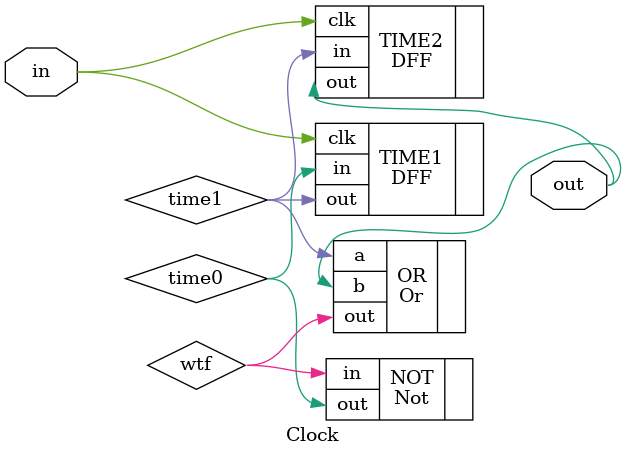
<source format=v>
/** 
 * input clk_in: clock input 100 MHz
 * output clk: clock output 33.333333 MHz
 *
 * Implementation with 2 bit DFF-counter:
 * counter | 0 1 2 0 1 2 0 1 2 0 1 2 0 1 2 ....
 * clk     | 0 0 1 0 0 1 0 0 1 0 0 1 0 0 1 ....
 */

`default_nettype none

module Clock(
	input wire in,			//external clock 100Mz
	output wire out			//Hack clock 33.333333 MHz
);

	wire time1;
	wire time0;
	DFF TIME1(.clk(in),.in(time0),.out(time1));
	DFF TIME2(.clk(in),.in(time1),.out(out));
	Or OR(.a(time1),.b(out),.out(wtf));
	wire wtf;
	Not NOT(.in(wtf),.out(time0));

endmodule

</source>
